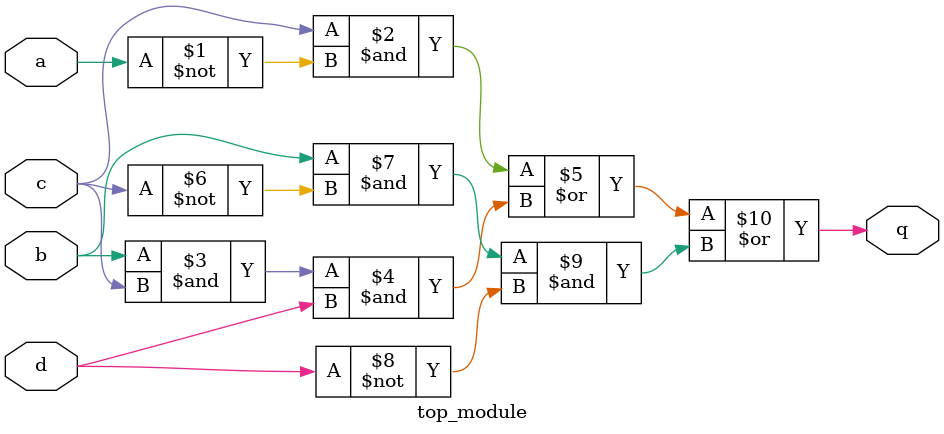
<source format=sv>
module top_module (
    input a, 
    input b, 
    input c, 
    input d,
    output q
);

assign q = (c & ~a) | (b & c & d) | (b & ~c & ~d);

endmodule

</source>
